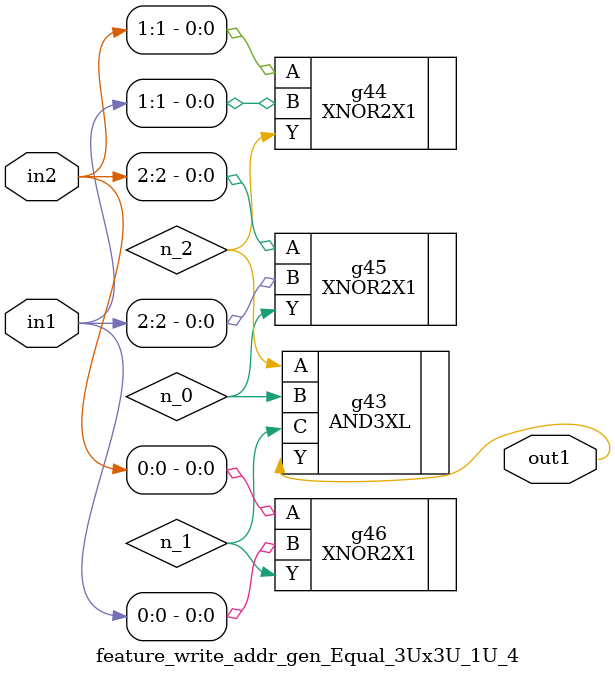
<source format=v>
`timescale 1ps / 1ps


module feature_write_addr_gen_Equal_3Ux3U_1U_4(in2, in1, out1);
  input [2:0] in2, in1;
  output out1;
  wire [2:0] in2, in1;
  wire out1;
  wire n_0, n_1, n_2;
  AND3XL g43(.A (n_2), .B (n_0), .C (n_1), .Y (out1));
  XNOR2X1 g44(.A (in2[1]), .B (in1[1]), .Y (n_2));
  XNOR2X1 g46(.A (in2[0]), .B (in1[0]), .Y (n_1));
  XNOR2X1 g45(.A (in2[2]), .B (in1[2]), .Y (n_0));
endmodule



</source>
